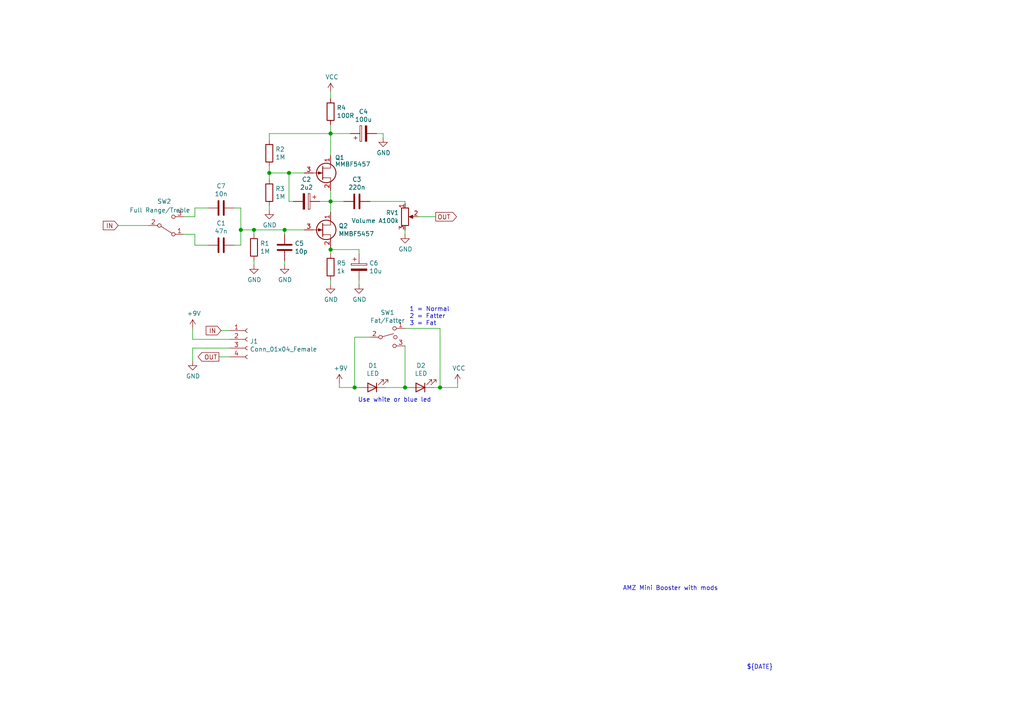
<source format=kicad_sch>
(kicad_sch (version 20200820) (host eeschema "(5.99.0-2965-g3673c2369)")
  (page 1 1)
  (paper "A4")
  (lib_symbols
    (symbol "Connector:Conn_01x04_Female" (pin_names hide)
      (property "Reference" "J" (at 0 5.08 0))
      (property "Value" "Conn_01x04_Female" (at 0 -7.62 0))
      (symbol "Conn_01x04_Female_1_1"
        (arc (start 0 -4.572) (end 0 -5.588) (radius (at 0 -5.08) (length 0.508) (angles 90.1 -90.1)) (stroke (width 0.1524)))
        (arc (start 0 -2.032) (end 0 -3.048) (radius (at 0 -2.54) (length 0.508) (angles 90.1 -90.1)) (stroke (width 0.1524)))
        (arc (start 0 0.508) (end 0 -0.508) (radius (at 0 0) (length 0.508) (angles 90.1 -90.1)) (stroke (width 0.1524)))
        (arc (start 0 3.048) (end 0 2.032) (radius (at 0 2.54) (length 0.508) (angles 90.1 -90.1)) (stroke (width 0.1524)))
        (polyline (pts (xy -1.27 -5.08) (xy -0.508 -5.08)) (stroke (width 0.1524)))
        (polyline (pts (xy -1.27 -2.54) (xy -0.508 -2.54)) (stroke (width 0.1524)))
        (polyline (pts (xy -1.27 0) (xy -0.508 0)) (stroke (width 0.1524)))
        (polyline (pts (xy -1.27 2.54) (xy -0.508 2.54)) (stroke (width 0.1524)))
        (pin passive line (at -5.08 2.54 0) (length 3.81) (name "Pin_1") (number "1"))
        (pin passive line (at -5.08 0 0) (length 3.81) (name "Pin_2") (number "2"))
        (pin passive line (at -5.08 -2.54 0) (length 3.81) (name "Pin_3") (number "3"))
        (pin passive line (at -5.08 -5.08 0) (length 3.81) (name "Pin_4") (number "4"))
      )
    )
    (symbol "Device:C" (pin_numbers hide) (pin_names (offset 0.254))
      (property "Reference" "C" (at 0.635 2.54 0))
      (property "Value" "C" (at 0.635 -2.54 0))
      (symbol "C_0_1"
        (polyline (pts (xy -2.032 -0.762) (xy 2.032 -0.762)) (stroke (width 0.508)))
        (polyline (pts (xy -2.032 0.762) (xy 2.032 0.762)) (stroke (width 0.508)))
      )
      (symbol "C_1_1"
        (pin passive line (at 0 3.81 270) (length 2.794) (name "~") (number "1"))
        (pin passive line (at 0 -3.81 90) (length 2.794) (name "~") (number "2"))
      )
    )
    (symbol "Device:CP" (pin_numbers hide) (pin_names (offset 0.254))
      (property "Reference" "C" (at 0.635 2.54 0))
      (property "Value" "CP" (at 0.635 -2.54 0))
      (symbol "CP_0_1"
        (rectangle (start -2.286 0.508) (end 2.286 1.016))
        (rectangle (start 2.286 -0.508) (end -2.286 -1.016) (fill (type outline)))
        (polyline (pts (xy -1.778 2.286) (xy -0.762 2.286)))
        (polyline (pts (xy -1.27 2.794) (xy -1.27 1.778)))
      )
      (symbol "CP_1_1"
        (pin passive line (at 0 3.81 270) (length 2.794) (name "~") (number "1"))
        (pin passive line (at 0 -3.81 90) (length 2.794) (name "~") (number "2"))
      )
    )
    (symbol "Device:LED" (pin_numbers hide) (pin_names hide)
      (property "Reference" "D" (at 0 2.54 0))
      (property "Value" "LED" (at 0 -2.54 0))
      (symbol "LED_0_1"
        (polyline (pts (xy -1.27 -1.27) (xy -1.27 1.27)) (stroke (width 0.254)))
        (polyline (pts (xy -1.27 0) (xy 1.27 0)))
        (polyline (pts (xy 1.27 -1.27) (xy 1.27 1.27) (xy -1.27 0) (xy 1.27 -1.27)) (stroke (width 0.254)))
        (polyline (pts (xy -3.048 -0.762) (xy -4.572 -2.286) (xy -3.81 -2.286) (xy -4.572 -2.286) (xy -4.572 -1.524)))
        (polyline (pts (xy -1.778 -0.762) (xy -3.302 -2.286) (xy -2.54 -2.286) (xy -3.302 -2.286) (xy -3.302 -1.524)))
      )
      (symbol "LED_1_1"
        (pin passive line (at -3.81 0 0) (length 2.54) (name "K") (number "1"))
        (pin passive line (at 3.81 0 180) (length 2.54) (name "A") (number "2"))
      )
    )
    (symbol "Device:R" (pin_numbers hide) (pin_names (offset 0))
      (property "Reference" "R" (at 2.032 0 90))
      (property "Value" "R" (at 0 0 90))
      (symbol "R_0_1"
        (rectangle (start -1.016 -2.54) (end 1.016 2.54) (stroke (width 0.254)))
      )
      (symbol "R_1_1"
        (pin passive line (at 0 3.81 270) (length 1.27) (name "~") (number "1"))
        (pin passive line (at 0 -3.81 90) (length 1.27) (name "~") (number "2"))
      )
    )
    (symbol "Device:R_POT" (pin_names hide)
      (property "Reference" "RV" (at -4.445 0 90))
      (property "Value" "R_POT" (at -2.54 0 90))
      (symbol "R_POT_0_1"
        (rectangle (start 1.016 2.54) (end -1.016 -2.54) (stroke (width 0.254)))
        (polyline (pts (xy 2.54 0) (xy 1.524 0)))
        (polyline (pts (xy 1.143 0) (xy 2.286 0.508) (xy 2.286 -0.508) (xy 1.143 0)) (fill (type outline)))
      )
      (symbol "R_POT_1_1"
        (pin passive line (at 0 3.81 270) (length 1.27) (name "1") (number "1"))
        (pin passive line (at 3.81 0 180) (length 1.27) (name "2") (number "2"))
        (pin passive line (at 0 -3.81 90) (length 1.27) (name "3") (number "3"))
      )
    )
    (symbol "Switch:SW_SPDT" (pin_names (offset 0) hide)
      (property "Reference" "SW" (at 0 4.318 0))
      (property "Value" "SW_SPDT" (at 0 -5.08 0))
      (symbol "SW_SPDT_0_0"
        (circle (center -2.032 0) (radius 0.508))
        (circle (center 2.032 -2.54) (radius 0.508))
      )
      (symbol "SW_SPDT_0_1"
        (circle (center 2.032 2.54) (radius 0.508))
        (polyline (pts (xy -1.524 0.254) (xy 1.651 2.286)))
      )
      (symbol "SW_SPDT_1_1"
        (pin passive line (at 5.08 2.54 180) (length 2.54) (name "A") (number "1"))
        (pin passive line (at -5.08 0 0) (length 2.54) (name "B") (number "2"))
        (pin passive line (at 5.08 -2.54 180) (length 2.54) (name "C") (number "3"))
      )
    )
    (symbol "Switch:SW_SPDT_MSM" (pin_names (offset 0) hide)
      (property "Reference" "SW" (at 0 5.08 0))
      (property "Value" "SW_SPDT_MSM" (at 0 -5.08 0))
      (symbol "SW_SPDT_MSM_0_0"
        (circle (center -2.032 0) (radius 0.508))
        (circle (center 2.032 -2.54) (radius 0.508))
        (polyline (pts (xy -1.524 0.127) (xy 1.778 1.016)))
      )
      (symbol "SW_SPDT_MSM_0_1"
        (circle (center 2.032 2.54) (radius 0.508))
        (circle (center 2.286 0) (radius 0.508))
      )
      (symbol "SW_SPDT_MSM_1_1"
        (pin passive line (at 5.08 2.54 180) (length 2.54) (name "1") (number "1"))
        (pin passive line (at -5.08 0 0) (length 2.54) (name "2") (number "2"))
        (pin passive line (at 5.08 -2.54 180) (length 2.54) (name "3") (number "3"))
      )
    )
    (symbol "power:+9V" (power) (pin_names (offset 0))
      (property "Value" "+9V" (at 0 3.556 0))
      (symbol "+9V_0_1"
        (polyline (pts (xy -0.762 1.27) (xy 0 2.54)))
        (polyline (pts (xy 0 0) (xy 0 2.54)))
        (polyline (pts (xy 0 2.54) (xy 0.762 1.27)))
      )
      (symbol "+9V_1_1"
        (pin power_in line (at 0 0 90) (length 0) hide (name "+9V") (number "1"))
      )
    )
    (symbol "power:GND" (power) (pin_names (offset 0))
      (property "Value" "GND" (at 0 -3.81 0))
      (symbol "GND_0_1"
        (polyline (pts (xy 0 0) (xy 0 -1.27) (xy 1.27 -1.27) (xy 0 -2.54) (xy -1.27 -1.27) (xy 0 -1.27)))
      )
      (symbol "GND_1_1"
        (pin power_in line (at 0 0 270) (length 0) hide (name "GND") (number "1"))
      )
    )
    (symbol "power:VCC" (power) (pin_names (offset 0))
      (property "Value" "VCC" (at 0 3.81 0))
      (symbol "VCC_0_1"
        (polyline (pts (xy -0.762 1.27) (xy 0 2.54)))
        (polyline (pts (xy 0 0) (xy 0 2.54)))
        (polyline (pts (xy 0 2.54) (xy 0.762 1.27)))
      )
      (symbol "VCC_1_1"
        (pin power_in line (at 0 0 90) (length 0) hide (name "VCC") (number "1"))
      )
    )
    (symbol "rockola_symbols:MMBFJ201" (pin_names (offset 0.508) hide)
      (property "Reference" "Q" (at 5.08 1.905 0))
      (property "Value" "MMBFJ201" (at 5.08 0 0))
      (symbol "MMBFJ201_0_1"
        (circle (center 1.27 0) (radius 2.8194) (stroke (width 0.254)))
        (polyline (pts (xy 0.254 0) (xy -2.54 0)))
        (polyline (pts (xy 0.254 1.905) (xy 0.254 -1.905)) (stroke (width 0.254)))
        (polyline (pts (xy 2.54 -2.54) (xy 2.54 -1.397) (xy 0.254 -1.397)))
        (polyline (pts (xy 2.54 2.54) (xy 2.54 1.397) (xy 0.254 1.397)))
        (polyline (pts (xy 0 0) (xy -1.016 0.381) (xy -1.016 -0.381) (xy 0 0)) (fill (type outline)))
      )
      (symbol "MMBFJ201_1_1"
        (pin passive line (at 2.54 5.08 270) (length 2.54) (name "D") (number "1"))
        (pin passive line (at 2.54 -5.08 90) (length 2.54) (name "S") (number "2"))
        (pin input line (at -5.08 0 0) (length 2.54) (name "G") (number "3"))
      )
    )
  )
  (junction (at 69.85 66.675) (diameter 1.016))
  (junction (at 73.66 66.675) (diameter 1.016))
  (junction (at 78.105 50.165) (diameter 1.016))
  (junction (at 82.55 66.675) (diameter 1.016))
  (junction (at 83.82 50.165) (diameter 1.016))
  (junction (at 95.885 38.735) (diameter 1.016))
  (junction (at 95.885 58.42) (diameter 1.016))
  (junction (at 95.885 72.39) (diameter 1.016))
  (junction (at 102.87 112.395) (diameter 1.016))
  (junction (at 117.475 112.395) (diameter 1.016))
  (junction (at 127.635 112.395) (diameter 1.016))
  (wire (pts (xy 34.29 65.405) (xy 43.18 65.405)))
  (wire (pts (xy 53.34 62.865) (xy 56.515 62.865)))
  (wire (pts (xy 53.34 67.945) (xy 56.515 67.945)))
  (wire (pts (xy 55.88 95.25) (xy 55.88 98.425)))
  (wire (pts (xy 55.88 98.425) (xy 66.675 98.425)))
  (wire (pts (xy 55.88 100.965) (xy 66.675 100.965)))
  (wire (pts (xy 55.88 104.775) (xy 55.88 100.965)))
  (wire (pts (xy 56.515 60.325) (xy 60.325 60.325)))
  (wire (pts (xy 56.515 62.865) (xy 56.515 60.325)))
  (wire (pts (xy 56.515 67.945) (xy 56.515 71.12)))
  (wire (pts (xy 56.515 71.12) (xy 60.325 71.12)))
  (wire (pts (xy 63.5 103.505) (xy 66.675 103.505)))
  (wire (pts (xy 64.135 95.885) (xy 66.675 95.885)))
  (wire (pts (xy 67.945 60.325) (xy 69.85 60.325)))
  (wire (pts (xy 69.85 60.325) (xy 69.85 66.675)))
  (wire (pts (xy 69.85 66.675) (xy 69.85 71.12)))
  (wire (pts (xy 69.85 66.675) (xy 73.66 66.675)))
  (wire (pts (xy 69.85 71.12) (xy 67.945 71.12)))
  (wire (pts (xy 73.66 66.675) (xy 73.66 67.945)))
  (wire (pts (xy 73.66 66.675) (xy 82.55 66.675)))
  (wire (pts (xy 73.66 75.565) (xy 73.66 76.835)))
  (wire (pts (xy 78.105 38.735) (xy 78.105 40.64)))
  (wire (pts (xy 78.105 48.26) (xy 78.105 50.165)))
  (wire (pts (xy 78.105 50.165) (xy 83.82 50.165)))
  (wire (pts (xy 78.105 52.07) (xy 78.105 50.165)))
  (wire (pts (xy 78.105 59.69) (xy 78.105 60.96)))
  (wire (pts (xy 82.55 66.675) (xy 82.55 67.945)))
  (wire (pts (xy 82.55 66.675) (xy 88.265 66.675)))
  (wire (pts (xy 82.55 75.565) (xy 82.55 76.835)))
  (wire (pts (xy 83.82 50.165) (xy 88.265 50.165)))
  (wire (pts (xy 83.82 58.42) (xy 83.82 50.165)))
  (wire (pts (xy 85.09 58.42) (xy 83.82 58.42)))
  (wire (pts (xy 92.71 58.42) (xy 95.885 58.42)))
  (wire (pts (xy 95.885 26.67) (xy 95.885 28.575)))
  (wire (pts (xy 95.885 36.195) (xy 95.885 38.735)))
  (wire (pts (xy 95.885 38.735) (xy 78.105 38.735)))
  (wire (pts (xy 95.885 38.735) (xy 101.6 38.735)))
  (wire (pts (xy 95.885 45.085) (xy 95.885 38.735)))
  (wire (pts (xy 95.885 55.245) (xy 95.885 58.42)))
  (wire (pts (xy 95.885 58.42) (xy 95.885 61.595)))
  (wire (pts (xy 95.885 58.42) (xy 99.695 58.42)))
  (wire (pts (xy 95.885 71.755) (xy 95.885 72.39)))
  (wire (pts (xy 95.885 72.39) (xy 95.885 73.66)))
  (wire (pts (xy 95.885 81.28) (xy 95.885 82.55)))
  (wire (pts (xy 98.425 111.125) (xy 98.425 112.395)))
  (wire (pts (xy 98.425 112.395) (xy 102.87 112.395)))
  (wire (pts (xy 102.87 97.79) (xy 102.87 112.395)))
  (wire (pts (xy 102.87 112.395) (xy 104.14 112.395)))
  (wire (pts (xy 104.14 72.39) (xy 95.885 72.39)))
  (wire (pts (xy 104.14 73.66) (xy 104.14 72.39)))
  (wire (pts (xy 104.14 81.28) (xy 104.14 82.55)))
  (wire (pts (xy 107.315 97.79) (xy 102.87 97.79)))
  (wire (pts (xy 111.125 38.735) (xy 109.22 38.735)))
  (wire (pts (xy 111.125 40.005) (xy 111.125 38.735)))
  (wire (pts (xy 111.76 112.395) (xy 117.475 112.395)))
  (wire (pts (xy 117.475 58.42) (xy 107.315 58.42)))
  (wire (pts (xy 117.475 59.055) (xy 117.475 58.42)))
  (wire (pts (xy 117.475 66.675) (xy 117.475 67.945)))
  (wire (pts (xy 117.475 95.25) (xy 127.635 95.25)))
  (wire (pts (xy 117.475 100.33) (xy 117.475 112.395)))
  (wire (pts (xy 117.475 112.395) (xy 118.11 112.395)))
  (wire (pts (xy 121.285 62.865) (xy 126.365 62.865)))
  (wire (pts (xy 127.635 95.25) (xy 127.635 112.395)))
  (wire (pts (xy 127.635 112.395) (xy 125.73 112.395)))
  (wire (pts (xy 132.715 111.125) (xy 132.715 112.395)))
  (wire (pts (xy 132.715 112.395) (xy 127.635 112.395)))
  (text "1 = Normal\n2 = Fatter\n3 = Fat" (at 118.745 94.615 0) (effects (font (size 1.27 1.27)) (justify left bottom)))
  (text "Use white or blue led" (at 125.095 116.84 180) (effects (font (size 1.27 1.27)) (justify right bottom)))
  (text "AMZ Mini Booster with mods" (at 208.28 171.45 180) (effects (font (size 1.27 1.27)) (justify right bottom)))
  (text "${TITLE}" (at 219.71 191.77 180) (effects (font (size 2 2)) (justify right bottom)))
  (text "${DATE}" (at 224.155 194.31 180) (effects (font (size 1.27 1.27)) (justify right bottom)))
  (text "${REVISION}" (at 276.86 194.31 180) (effects (font (size 1.27 1.27)) (justify right bottom)))
  (global_label "IN" (shape input) (at 34.29 65.405 180))
  (global_label "OUT" (shape output) (at 63.5 103.505 180))
  (global_label "IN" (shape input) (at 64.135 95.885 180))
  (global_label "OUT" (shape output) (at 126.365 62.865 0))
  (symbol (lib_id "power:+9V") (at 55.88 95.25 0) (unit 1)
    (property "Reference" "#PWR01" (effects hide))
    (property "Value" "+9V" (at 56.2483 90.9256 0))
  )
  (symbol (lib_id "power:VCC") (at 95.885 26.67 0) (unit 1)
    (property "Reference" "#PWR06" (effects hide))
    (property "Value" "VCC" (at 96.2533 22.3456 0))
  )
  (symbol (lib_id "power:+9V") (at 98.425 111.125 0) (unit 1)
    (property "Reference" "#PWR08" (effects hide))
    (property "Value" "+9V" (at 98.7933 106.8006 0))
  )
  (symbol (lib_id "power:VCC") (at 132.715 111.125 0) (unit 1)
    (property "Reference" "#PWR012" (effects hide))
    (property "Value" "VCC" (at 133.0833 106.8006 0))
  )
  (symbol (lib_id "power:GND") (at 55.88 104.775 0) (unit 1)
    (property "Reference" "#PWR02" (effects hide))
    (property "Value" "GND" (at 55.9943 109.0994 0))
  )
  (symbol (lib_id "power:GND") (at 73.66 76.835 0) (unit 1)
    (property "Reference" "#PWR03" (effects hide))
    (property "Value" "GND" (at 73.7743 81.1594 0))
  )
  (symbol (lib_id "power:GND") (at 78.105 60.96 0) (unit 1)
    (property "Reference" "#PWR04" (effects hide))
    (property "Value" "GND" (at 78.2193 65.2844 0))
  )
  (symbol (lib_id "power:GND") (at 82.55 76.835 0) (unit 1)
    (property "Reference" "#PWR05" (effects hide))
    (property "Value" "GND" (at 82.6643 81.1594 0))
  )
  (symbol (lib_id "power:GND") (at 95.885 82.55 0) (unit 1)
    (property "Reference" "#PWR07" (effects hide))
    (property "Value" "GND" (at 95.9993 86.8744 0))
  )
  (symbol (lib_id "power:GND") (at 104.14 82.55 0) (unit 1)
    (property "Reference" "#PWR09" (effects hide))
    (property "Value" "GND" (at 104.2543 86.8744 0))
  )
  (symbol (lib_id "power:GND") (at 111.125 40.005 0) (unit 1)
    (property "Reference" "#PWR010" (effects hide))
    (property "Value" "GND" (at 111.2393 44.3294 0))
  )
  (symbol (lib_id "power:GND") (at 117.475 67.945 0) (unit 1)
    (property "Reference" "#PWR011" (effects hide))
    (property "Value" "GND" (at 117.5893 72.2694 0))
  )
  (symbol (lib_id "Device:R") (at 73.66 71.755 0) (unit 1)
    (property "Reference" "R1" (at 75.4381 70.6056 0) (effects (justify left)))
    (property "Value" "1M" (at 75.4381 72.9043 0) (effects (justify left)))
    (property "Footprint" "Resistor_SMD:R_0805_2012Metric_Pad1.15x1.40mm_HandSolder" (effects hide))
  )
  (symbol (lib_id "Device:R") (at 78.105 44.45 0) (unit 1)
    (property "Reference" "R2" (at 79.8831 43.3006 0) (effects (justify left)))
    (property "Value" "1M" (at 79.8831 45.5993 0) (effects (justify left)))
    (property "Footprint" "Resistor_SMD:R_0805_2012Metric_Pad1.15x1.40mm_HandSolder" (effects hide))
  )
  (symbol (lib_id "Device:R") (at 78.105 55.88 0) (unit 1)
    (property "Reference" "R3" (at 79.8831 54.7306 0) (effects (justify left)))
    (property "Value" "1M" (at 79.8831 57.0293 0) (effects (justify left)))
    (property "Footprint" "Resistor_SMD:R_0805_2012Metric_Pad1.15x1.40mm_HandSolder" (effects hide))
  )
  (symbol (lib_id "Device:R") (at 95.885 32.385 0) (unit 1)
    (property "Reference" "R4" (at 97.6631 31.2356 0) (effects (justify left)))
    (property "Value" "100R" (at 97.6631 33.5343 0) (effects (justify left)))
    (property "Footprint" "Resistor_SMD:R_0805_2012Metric_Pad1.15x1.40mm_HandSolder" (effects hide))
  )
  (symbol (lib_id "Device:R") (at 95.885 77.47 0) (unit 1)
    (property "Reference" "R5" (at 97.6631 76.3206 0) (effects (justify left)))
    (property "Value" "1k" (at 97.6631 78.6193 0) (effects (justify left)))
    (property "Footprint" "Resistor_SMD:R_0805_2012Metric_Pad1.15x1.40mm_HandSolder" (effects hide))
  )
  (symbol (lib_id "Device:LED") (at 107.95 112.395 180) (unit 1)
    (property "Reference" "D1" (at 108.141 106.026 0))
    (property "Value" "LED" (at 108.1405 108.3245 0))
    (property "Footprint" "rockola_kicad_footprints:LED.3mm" (effects hide))
  )
  (symbol (lib_id "Device:LED") (at 121.92 112.395 180) (unit 1)
    (property "Reference" "D2" (at 122.11 106.026 0))
    (property "Value" "LED" (at 122.1105 108.3245 0))
    (property "Footprint" "rockola_kicad_footprints:LED.3mm" (effects hide))
  )
  (symbol (lib_id "Device:C") (at 64.135 60.325 90) (unit 1)
    (property "Reference" "C7" (at 64.135 53.9558 90))
    (property "Value" "10n" (at 64.135 56.2545 90))
    (property "Footprint" "Capacitor_SMD:C_0805_2012Metric_Pad1.15x1.40mm_HandSolder" (effects hide))
  )
  (symbol (lib_id "Device:C") (at 64.135 71.12 90) (unit 1)
    (property "Reference" "C1" (at 64.135 64.7508 90))
    (property "Value" "47n" (at 64.135 67.0495 90))
    (property "Footprint" "Capacitor_SMD:C_0805_2012Metric_Pad1.15x1.40mm_HandSolder" (effects hide))
  )
  (symbol (lib_id "Device:C") (at 82.55 71.755 0) (unit 1)
    (property "Reference" "C5" (at 85.4711 70.6056 0) (effects (justify left)))
    (property "Value" "10p" (at 85.4711 72.9043 0) (effects (justify left)))
    (property "Footprint" "Capacitor_SMD:C_0805_2012Metric_Pad1.15x1.40mm_HandSolder" (effects hide))
  )
  (symbol (lib_id "Device:CP") (at 88.9 58.42 270) (unit 1)
    (property "Reference" "C2" (at 88.9 52.0508 90))
    (property "Value" "2u2" (at 88.9 54.3495 90))
    (property "Footprint" "rockola_kicad_footprints:CP_D5.0_P2.50" (effects hide))
  )
  (symbol (lib_id "Device:C") (at 103.505 58.42 90) (unit 1)
    (property "Reference" "C3" (at 103.505 52.0508 90))
    (property "Value" "220n" (at 103.505 54.3495 90))
    (property "Footprint" "Capacitor_SMD:C_0805_2012Metric_Pad1.15x1.40mm_HandSolder" (effects hide))
  )
  (symbol (lib_id "Device:CP") (at 104.14 77.47 0) (unit 1)
    (property "Reference" "C6" (at 107.0611 76.3206 0) (effects (justify left)))
    (property "Value" "10u" (at 107.0611 78.6193 0) (effects (justify left)))
    (property "Footprint" "rockola_kicad_footprints:CP_D5.0_P2.50" (effects hide))
  )
  (symbol (lib_id "Device:CP") (at 105.41 38.735 90) (unit 1)
    (property "Reference" "C4" (at 105.41 32.3658 90))
    (property "Value" "100u" (at 105.41 34.6645 90))
    (property "Footprint" "rockola_kicad_footprints:CP_D5.0_P2.50" (effects hide))
  )
  (symbol (lib_id "Device:R_POT") (at 117.475 62.865 0) (unit 1)
    (property "Reference" "RV1" (at 115.697 61.7156 0) (effects (justify right)))
    (property "Value" "Volume A100k" (at 115.697 64.0143 0) (effects (justify right)))
    (property "Footprint" "rockola_kicad_footprints:Header_1x03_P2.00mm" (effects hide))
  )
  (symbol (lib_id "Connector:Conn_01x04_Female") (at 71.755 98.425 0) (unit 1)
    (property "Reference" "J1" (at 72.4663 99.0028 0) (effects (justify left)))
    (property "Value" "Conn_01x04_Female" (at 72.4663 101.3015 0) (effects (justify left)))
    (property "Footprint" "rockola_kicad_footprints:Stomp_IVGO_P2.00mm" (effects hide))
  )
  (symbol (lib_id "Switch:SW_SPDT") (at 48.26 65.405 0) (mirror x) (unit 1)
    (property "Reference" "SW2" (at 47.625 58.42 0))
    (property "Value" "Full Range/Treble" (at 46.355 60.96 0))
    (property "Footprint" "rockola_kicad_footprints:Header_1x03_P2.00mm" (effects hide))
  )
  (symbol (lib_id "Switch:SW_SPDT_MSM") (at 112.395 97.79 0) (unit 1)
    (property "Reference" "SW1" (at 112.395 90.659 0))
    (property "Value" "Fat/Fatter" (at 112.395 92.958 0))
    (property "Footprint" "rockola_kicad_footprints:Header_1x03_P2.00mm" (effects hide))
  )
  (symbol (lib_id "rockola_symbols:MMBFJ201") (at 93.345 50.165 0) (unit 1)
    (property "Reference" "Q1" (at 97.155 45.72 0) (effects (justify left)))
    (property "Value" "MMBF5457" (at 97.155 47.625 0) (effects (justify left)))
    (property "Footprint" "rockola_kicad_footprints:SOT-23_Handsoldering" (effects hide))
    (property "Datasheet" "http://www.experimentalistsanonymous.com/diy/Datasheets/J201.pdf" (effects hide))
  )
  (symbol (lib_id "rockola_symbols:MMBFJ201") (at 93.345 66.675 0) (unit 1)
    (property "Reference" "Q2" (at 98.197 65.526 0) (effects (justify left)))
    (property "Value" "MMBF5457" (at 98.197 67.824 0) (effects (justify left)))
    (property "Footprint" "rockola_kicad_footprints:SOT-23_Handsoldering" (effects hide))
    (property "Datasheet" "http://www.experimentalistsanonymous.com/diy/Datasheets/J201.pdf" (effects hide))
  )
)
</source>
